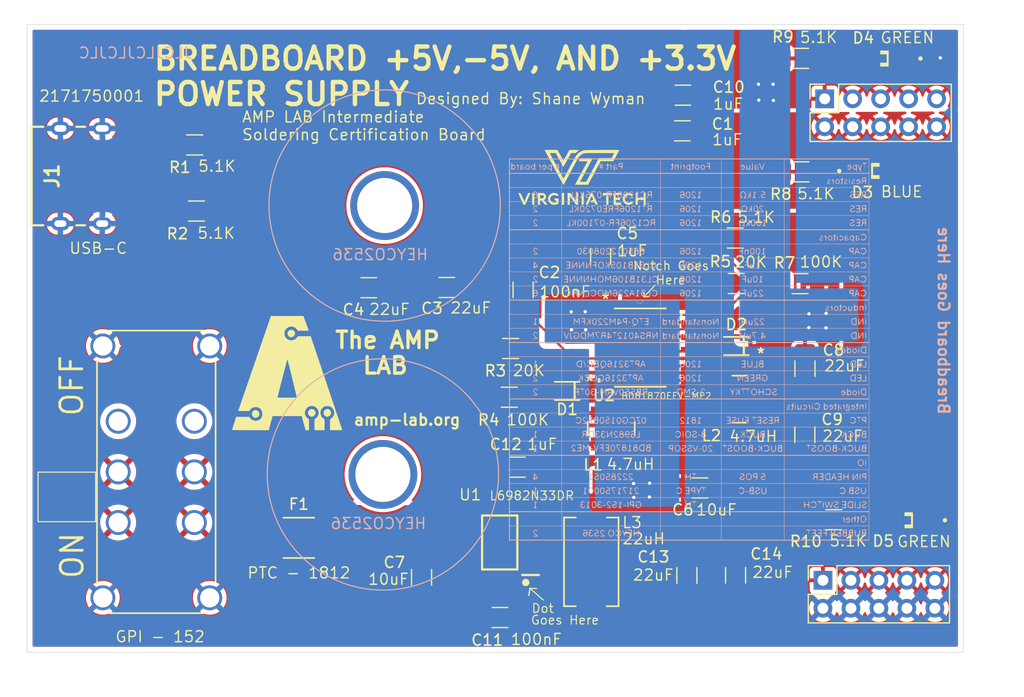
<source format=kicad_pcb>
(kicad_pcb (version 20241229) (generator "pcbnew") (generator_version "9.0")
  (layers (0 "F.Cu" signal) (2 "B.Cu" signal) (13 "F.Paste" user) (15 "B.Paste" user) (5 "F.SilkS" user "F.Silkscreen") (7 "B.SilkS" user "B.Silkscreen") (1 "F.Mask" user) (3 "B.Mask" user) (25 "Edge.Cuts" user))
  (net 0 "")
  (net 1 "GND")
  (net 2 "+3.3V")
  (net 3 "Net-(J1-CC1)")
  (net 4 "SWITCHED_VOLTAGE")
  (net 5 "Net-(J1-CC2)")
  (net 6 "USB_VOLTAGE")
  (net 7 "-5V")
  (net 8 "Net-(R6-Pad2)")
  (net 9 "Net-(U2-VREF)")
  (net 10 "+5V")
  (net 12 "Net-(D1-K)")
  (net 13 "Net-(D2-A)")
  (net 14 "Net-(U2-HS2L)")
  (net 15 "Net-(U2-NON1)")
  (net 17 "Net-(U2-INV2)")
  (net 20 "Net-(D3-K)")
  (net 21 "Net-(D4-A)")
  (net 22 "Net-(D5-A)")
  (net 23 "Net-(IC1-EN{slash}CLKIN(~{)})")
  (net 24 "Net-(IC1-VCC)")
  (net 25 "Net-(IC1-BOOT)")
  (net 26 "Net-(IC1-SW)")
  (net 27 "Net-(C3-Pad2)")
  (net 28 "Net-(C8-Pad2)")
  (footprint "Capacitor_SMD:C_1206_3216Metric_Pad1.33x1.80mm_HandSolder" (layer "F.Cu") (at 91.87 51.76 -90)
    (property "Reference" "C8" (at -1.69 -2.59 180) (layer "F.SilkS"))
    (property "Value" "22uF")
    (pad "1" smd roundrect (at -1.5625 0 270) (size 1.325 1.8) (layers "F.Cu" "F.Mask" "F.Paste") (roundrect_rratio 0.188679) (net 10 "+5V"))
    (pad "2" smd roundrect (at 1.5625 0 270) (size 1.325 1.8) (layers "F.Cu" "F.Mask" "F.Paste") (roundrect_rratio 0.188679) (net 28 "Net-(C8-Pad2)"))
  )
  (footprint "Capacitor_SMD:C_1206_3216Metric_Pad1.33x1.80mm_HandSolder" (layer "F.Cu") (at 85.57 70.52 90)
    (property "Reference" "C14" (at 1.94 2.79 180) (layer "F.SilkS"))
    (property "Value" "22uF")
    (pad "1" smd roundrect (at -1.5625 0 90) (size 1.325 1.8) (layers "F.Cu" "F.Mask" "F.Paste") (roundrect_rratio 0.188679) (net 1 "GND"))
    (pad "2" smd roundrect (at 1.5625 0 90) (size 1.325 1.8) (layers "F.Cu" "F.Mask" "F.Paste") (roundrect_rratio 0.188679) (net 2 "+3.3V"))
  )
  (footprint "Capacitor_SMD:C_1206_3216Metric_Pad1.33x1.80mm_HandSolder" (layer "F.Cu") (at 80.78 26.93)
    (property "Reference" "C10" (at 4.17 -0.73 0) (layer "F.SilkS"))
    (property "Value" "1uF")
    (pad "1" smd roundrect (at -1.5625 0) (size 1.325 1.8) (layers "F.Cu" "F.Mask" "F.Paste") (roundrect_rratio 0.188679) (net 1 "GND"))
    (pad "2" smd roundrect (at 1.5625 0) (size 1.325 1.8) (layers "F.Cu" "F.Mask" "F.Paste") (roundrect_rratio 0.188679) (net 10 "+5V"))
  )
  (footprint "Resistor_SMD:R_1206_3216Metric_Pad1.30x1.75mm_HandSolder" (layer "F.Cu") (at 91.42 44.04)
    (property "Reference" "R7" (at -1.41 -1.89 0) (layer "F.SilkS"))
    (property "Value" "100k")
    (pad "1" smd roundrect (at -1.55 0) (size 1.3 1.75) (layers "F.Cu" "F.Mask" "F.Paste") (roundrect_rratio 0.192308) (net 8 "Net-(R6-Pad2)"))
    (pad "2" smd roundrect (at 1.55 0) (size 1.3 1.75) (layers "F.Cu" "F.Mask" "F.Paste") (roundrect_rratio 0.192308) (net 10 "+5V"))
  )
  (footprint "BreadBoard Power Supply:HTSSOP-B20_ROM-L" (layer "F.Cu") (at 76.9144 49.8486)
    (property "Reference" "U2" (at -3.2844 4.3414 0) (layer "F.SilkS"))
    (property "Value" "BD81870EFV-ME2")
    (fp_text user "*" (at -3.1496 -4.3688 0) (layer "F.SilkS"))
    (pad "1" smd rect (at -2.8956 -2.9718) (size 0.9144 0.254) (layers "F.Cu" "F.Mask" "F.Paste") (net 2 "+3.3V"))
    (pad "2" smd rect (at -2.8956 -2.3114) (size 0.9144 0.254) (layers "F.Cu" "F.Mask" "F.Paste") (net 2 "+3.3V"))
    (pad "3" smd rect (at -2.8956 -1.651) (size 0.9144 0.254) (layers "F.Cu" "F.Mask" "F.Paste") (net 2 "+3.3V"))
    (pad "4" smd rect (at -2.8956 -0.9906) (size 0.9144 0.254) (layers "F.Cu" "F.Mask" "F.Paste") (net 2 "+3.3V"))
    (pad "5" smd rect (at -2.8956 -0.3302) (size 0.9144 0.254) (layers "F.Cu" "F.Mask" "F.Paste"))
    (pad "6" smd rect (at -2.8956 0.3302) (size 0.9144 0.254) (layers "F.Cu" "F.Mask" "F.Paste"))
    (pad "7" smd rect (at -2.8956 0.9906) (size 0.9144 0.254) (layers "F.Cu" "F.Mask" "F.Paste") (net 9 "Net-(U2-VREF)"))
    (pad "8" smd rect (at -2.8956 1.651) (size 0.9144 0.254) (layers "F.Cu" "F.Mask" "F.Paste") (net 15 "Net-(U2-NON1)"))
    (pad "9" smd rect (at -2.8956 2.3114) (size 0.9144 0.254) (layers "F.Cu" "F.Mask" "F.Paste") (net 1 "GND"))
    (pad "10" smd rect (at -2.8956 2.9718) (size 0.9144 0.254) (layers "F.Cu" "F.Mask" "F.Paste") (net 12 "Net-(D1-K)"))
    (pad "11" smd rect (at 2.8956 2.9718) (size 0.9144 0.254) (layers "F.Cu" "F.Mask" "F.Paste") (net 2 "+3.3V"))
    (pad "12" smd rect (at 2.8956 2.3114) (size 0.9144 0.254) (layers "F.Cu" "F.Mask" "F.Paste") (net 2 "+3.3V"))
    (pad "13" smd rect (at 2.8956 1.651) (size 0.9144 0.254) (layers "F.Cu" "F.Mask" "F.Paste") (net 2 "+3.3V"))
    (pad "14" smd rect (at 2.8956 0.9906) (size 0.9144 0.254) (layers "F.Cu" "F.Mask" "F.Paste") (net 14 "Net-(U2-HS2L)"))
    (pad "15" smd rect (at 2.8956 0.3302) (size 0.9144 0.254) (layers "F.Cu" "F.Mask" "F.Paste") (net 13 "Net-(D2-A)"))
    (pad "16" smd rect (at 2.8956 -0.3302) (size 0.9144 0.254) (layers "F.Cu" "F.Mask" "F.Paste") (net 1 "GND"))
    (pad "17" smd rect (at 2.8956 -0.9906) (size 0.9144 0.254) (layers "F.Cu" "F.Mask" "F.Paste") (net 10 "+5V"))
    (pad "18" smd rect (at 2.8956 -1.651) (size 0.9144 0.254) (layers "F.Cu" "F.Mask" "F.Paste") (net 1 "GND"))
    (pad "19" smd rect (at 2.8956 -2.3114) (size 0.9144 0.254) (layers "F.Cu" "F.Mask" "F.Paste") (net 1 "GND"))
    (pad "20" smd rect (at 2.8956 -2.9718) (size 0.9144 0.254) (layers "F.Cu" "F.Mask" "F.Paste") (net 17 "Net-(U2-INV2)"))
    (pad "EPAD" smd rect (at 0 0) (size 2.3876 3.9878) (layers "F.Cu" "F.Mask") (net 1 "GND"))
  )
  (footprint "Connector_PinSocket_2.54mm:PinSocket_2x05_P2.54mm_Vertical" (layer "F.Cu") (at 93.66 27.26 90)
    (property "Reference" "J2" (hide yes))
    (property "Value" "Conn_02x05_Top_Bottom")
    (pad "1" thru_hole rect (at 0 0 90) (size 1.7 1.7) (drill 1) (layers "*.Cu" "*.Mask") (net 10 "+5V"))
    (pad "2" thru_hole circle (at -2.54 0 90) (size 1.7 1.7) (drill 1) (layers "*.Cu" "*.Mask") (net 7 "-5V"))
    (pad "3" thru_hole circle (at 0 2.54 90) (size 1.7 1.7) (drill 1) (layers "*.Cu" "*.Mask") (net 10 "+5V"))
    (pad "4" thru_hole circle (at -2.54 2.54 90) (size 1.7 1.7) (drill 1) (layers "*.Cu" "*.Mask") (net 7 "-5V"))
    (pad "5" thru_hole circle (at 0 5.08 90) (size 1.7 1.7) (drill 1) (layers "*.Cu" "*.Mask") (net 10 "+5V"))
    (pad "6" thru_hole circle (at -2.54 5.08 90) (size 1.7 1.7) (drill 1) (layers "*.Cu" "*.Mask") (net 7 "-5V"))
    (pad "7" thru_hole circle (at 0 7.62 90) (size 1.7 1.7) (drill 1) (layers "*.Cu" "*.Mask") (net 10 "+5V"))
    (pad "8" thru_hole circle (at -2.54 7.62 90) (size 1.7 1.7) (drill 1) (layers "*.Cu" "*.Mask") (net 7 "-5V"))
    (pad "9" thru_hole circle (at 0 10.16 90) (size 1.7 1.7) (drill 1) (layers "*.Cu" "*.Mask") (net 10 "+5V"))
    (pad "10" thru_hole circle (at -2.54 10.16 90) (size 1.7 1.7) (drill 1) (layers "*.Cu" "*.Mask") (net 7 "-5V"))
  )
  (footprint "BreadBoard Power Supply:IND_NRS4012T100MDGJV_TAY" (layer "F.Cu") (at 85.89 54.53)
    (property "Reference" "L2" (at -2.51 3.31 0) (layer "F.SilkS"))
    (property "Value" "4.7uH")
    (pad "1" smd rect (at -1.4 0) (size 1.1938 3.7084) (layers "F.Cu" "F.Mask" "F.Paste") (net 14 "Net-(U2-HS2L)"))
    (pad "2" smd rect (at 1.4 0) (size 1.1938 3.7084) (layers "F.Cu" "F.Mask" "F.Paste") (net 13 "Net-(D2-A)"))
  )
  (footprint "BreadBoard Power Supply:IND_NRS4012T100MDGJV_TAY" (layer "F.Cu") (at 74.28 57.19 90)
    (property "Reference" "L1" (at -3.3 -1.64 0) (layer "F.SilkS"))
    (property "Value" "4.7uH")
    (pad "1" smd rect (at -1.4 0 90) (size 1.1938 3.7084) (layers "F.Cu" "F.Mask" "F.Paste") (net 1 "GND"))
    (pad "2" smd rect (at 1.4 0 90) (size 1.1938 3.7084) (layers "F.Cu" "F.Mask" "F.Paste") (net 12 "Net-(D1-K)"))
  )
  (footprint "Capacitor_SMD:C_1206_3216Metric_Pad1.33x1.80mm_HandSolder" (layer "F.Cu") (at 73.32 41.58 -90)
    (property "Reference" "C5" (at -2.1 -2.42 180) (layer "F.SilkS"))
    (property "Value" "1uF")
    (pad "1" smd roundrect (at -1.5625 0 270) (size 1.325 1.8) (layers "F.Cu" "F.Mask" "F.Paste") (roundrect_rratio 0.188679) (net 1 "GND"))
    (pad "2" smd roundrect (at 1.5625 0 270) (size 1.325 1.8) (layers "F.Cu" "F.Mask" "F.Paste") (roundrect_rratio 0.188679) (net 2 "+3.3V"))
  )
  (footprint "Capacitor_SMD:C_1206_3216Metric_Pad1.33x1.80mm_HandSolder" (layer "F.Cu") (at 66.28 44.6 90)
    (property "Reference" "C2" (at 1.58 2.39 180) (layer "F.SilkS"))
    (property "Value" "100nF")
    (pad "1" smd roundrect (at -1.5625 0 90) (size 1.325 1.8) (layers "F.Cu" "F.Mask" "F.Paste") (roundrect_rratio 0.188679) (net 9 "Net-(U2-VREF)"))
    (pad "2" smd roundrect (at 1.5625 0 90) (size 1.325 1.8) (layers "F.Cu" "F.Mask" "F.Paste") (roundrect_rratio 0.188679) (net 1 "GND"))
  )
  (footprint "Resistor_SMD:R_1206_3216Metric_Pad1.30x1.75mm_HandSolder" (layer "F.Cu") (at 36.63 37.45)
    (property "Reference" "R2" (at -1.73 2.06 0) (layer "F.SilkS"))
    (property "Value" "5.1k")
    (pad "1" smd roundrect (at -1.55 0) (size 1.3 1.75) (layers "F.Cu" "F.Mask" "F.Paste") (roundrect_rratio 0.192308) (net 5 "Net-(J1-CC2)"))
    (pad "2" smd roundrect (at 1.55 0) (size 1.3 1.75) (layers "F.Cu" "F.Mask" "F.Paste") (roundrect_rratio 0.192308) (net 1 "GND"))
  )
  (footprint "BreadBoard Power Supply:vt_logo" (layer "F.Cu") (at 71.78 34.4)
    (property "Reference" "G***" (hide yes))
    (property "Value" "LOGO" (hide yes))
  )
  (footprint "Resistor_SMD:R_1206_3216Metric_Pad1.30x1.75mm_HandSolder" (layer "F.Cu") (at 94.48 65.47 180)
    (property "Reference" "R10" (at 2.53 -1.97 0) (layer "F.SilkS"))
    (property "Value" "5.1k")
    (pad "1" smd roundrect (at -1.55 0 180) (size 1.3 1.75) (layers "F.Cu" "F.Mask" "F.Paste") (roundrect_rratio 0.192308) (net 22 "Net-(D5-A)"))
    (pad "2" smd roundrect (at 1.55 0 180) (size 1.3 1.75) (layers "F.Cu" "F.Mask" "F.Paste") (roundrect_rratio 0.192308) (net 2 "+3.3V"))
  )
  (footprint "BreadBoard Power Supply:2171750001" (layer "F.Cu") (at 25.12 34.27 -90)
    (property "Reference" "J1" (at 0 1.6 270) (layer "F.SilkS") (effects (font (size 1.27 1.27) (thickness 0.254))))
    (property "Value" "2171750001" (hide yes))
    (pad "A5" smd rect (at -0.5 -3.03 270) (size 0.7 1.2) (layers "F.Cu" "F.Mask" "F.Paste") (net 3 "Net-(J1-CC1)"))
    (pad "A9" smd rect (at 1.52 -3.03 270) (size 0.76 1.2) (layers "F.Cu" "F.Mask" "F.Paste") (net 6 "USB_VOLTAGE"))
    (pad "A12" smd rect (at 2.75 -3.03 270) (size 0.8 1.2) (layers "F.Cu" "F.Mask" "F.Paste") (net 1 "GND"))
    (pad "B5" smd rect (at 0.5 -3.03 270) (size 0.7 1.2) (layers "F.Cu" "F.Mask" "F.Paste") (net 5 "Net-(J1-CC2)"))
    (pad "B9" smd rect (at -1.52 -3.03 270) (size 0.76 1.2) (layers "F.Cu" "F.Mask" "F.Paste") (net 6 "USB_VOLTAGE"))
    (pad "B12" smd rect (at -2.75 -3.03 270) (size 0.8 1.2) (layers "F.Cu" "F.Mask" "F.Paste") (net 1 "GND"))
    (pad "MH1" thru_hole oval (at -4.32 0.85 270) (size 1.2 1.7) (drill oval 0.6 1.1) (layers "*.Cu" "*.Mask") (net 1 "GND"))
    (pad "MH2" thru_hole oval (at 4.32 0.85 270) (size 1.2 1.7) (drill oval 0.6 1.1) (layers "*.Cu" "*.Mask") (net 1 "GND"))
    (pad "MH3" thru_hole oval (at -4.32 -2.95 270) (size 1.1 1.7) (drill oval 0.6 1.2) (layers "*.Cu" "*.Mask") (net 1 "GND"))
    (pad "MH4" thru_hole oval (at 4.32 -2.95 270) (size 1.1 1.7) (drill oval 0.6 1.1) (layers "*.Cu" "*.Mask") (net 1 "GND"))
  )
  (footprint "Capacitor_SMD:C_1206_3216Metric_Pad1.33x1.80mm_HandSolder" (layer "F.Cu") (at 80.7375 30.17)
    (property "Reference" "C1" (at 3.6525 -0.62 180) (layer "F.SilkS"))
    (property "Value" "1uF")
    (pad "1" smd roundrect (at -1.5625 0) (size 1.325 1.8) (layers "F.Cu" "F.Mask" "F.Paste") (roundrect_rratio 0.188679) (net 1 "GND"))
    (pad "2" smd roundrect (at 1.5625 0) (size 1.325 1.8) (layers "F.Cu" "F.Mask" "F.Paste") (roundrect_rratio 0.188679) (net 7 "-5V"))
  )
  (footprint "BreadBoard Power Supply:DIO_RB160VAM_ROM-L" (layer "F.Cu") (at 70.28 53.78 180)
    (property "Reference" "D1" (at 0 -1.68 0) (layer "F.SilkS"))
    (property "Value" "RB550VAM-30TR")
    (pad "1" smd rect (at -1.27 0 180) (size 0.3556 0.7874) (layers "F.Cu" "F.Mask" "F.Paste") (net 12 "Net-(D1-K)"))
    (pad "2" smd rect (at 1.27 0 180) (size 0.3556 0.7874) (layers "F.Cu" "F.Mask" "F.Paste") (net 7 "-5V"))
    (zone (net 0) (net_name "") (layer "F.Cu") (connect_pads (clearance 0)) (min_thickness 0.254)
      (keepout (tracks not_allowed) (vias not_allowed) (pads allowed) (copperpour not_allowed) (footprints allowed))
      (fill (thermal_gap 0.508) (thermal_bridge_width 0.508))
      (polygon (pts (xy 71.3214 54.4277) (xy 69.2386 54.4277) (xy 69.2386 53.1323) (xy 71.3214 53.1323)))
    )
  )
  (footprint "Capacitor_SMD:C_1206_3216Metric_Pad1.33x1.80mm_HandSolder" (layer "F.Cu") (at 57.06 70.7 90)
    (property "Reference" "C7" (at 1.35 -2.47 180) (layer "F.SilkS"))
    (property "Value" "10uF")
    (pad "1" smd roundrect (at -1.5625 0 90) (size 1.325 1.8) (layers "F.Cu" "F.Mask" "F.Paste") (roundrect_rratio 0.188679) (net 1 "GND"))
    (pad "2" smd roundrect (at 1.5625 0 90) (size 1.325 1.8) (layers "F.Cu" "F.Mask" "F.Paste") (roundrect_rratio 0.188679) (net 23 "Net-(IC1-EN{slash}CLKIN(~{)})"))
  )
  (footprint "BreadBoard Power Supply:IND_PCC-M0748M-LE_PAN-L" (layer "F.Cu") (at 72.47 69.3 90)
    (property "Reference" "L3" (at 3.57 3.7 0) (layer "F.SilkS") (effects (font (thickness 0.125))))
    (property "Value" "22uH")
    (pad "1" smd rect (at -2.8321 0 180) (size 2.159 2.286) (layers "F.Cu" "F.Mask" "F.Paste") (net 26 "Net-(IC1-SW)"))
    (pad "2" smd rect (at 2.8321 0 180) (size 2.159 2.286) (layers "F.Cu" "F.Mask" "F.Paste") (net 2 "+3.3V"))
  )
  (footprint "Resistor_SMD:R_1206_3216Metric_Pad1.30x1.75mm_HandSolder" (layer "F.Cu") (at 65.15 49.93)
    (property "Reference" "R3" (at -1.38 2.03 0) (layer "F.SilkS"))
    (property "Value" "20k")
    (pad "1" smd roundrect (at -1.55 0) (size 1.3 1.75) (layers "F.Cu" "F.Mask" "F.Paste") (roundrect_rratio 0.192308) (net 9 "Net-(U2-VREF)"))
    (pad "2" smd roundrect (at 1.55 0) (size 1.3 1.75) (layers "F.Cu" "F.Mask" "F.Paste") (roundrect_rratio 0.192308) (net 15 "Net-(U2-NON1)"))
  )
  (footprint "BreadBoard Power Supply:SW_GPI-152-3013_CWI" (layer "F.Cu") (at 29.5242 56.5326)
    (property "Reference" "U1" (hide yes))
    (property "Value" "GPI-152-3013")
    (fp_text user "OFF" (at -3.05 -0.31 90) (layer "F.SilkS") (effects (font (size 2 2) (thickness 0.25)) (justify left bottom)))
    (fp_text user "ON" (at -3.01 14.45 90) (layer "F.SilkS") (effects (font (size 2 2) (thickness 0.25)) (justify left bottom)))
    (fp_text user "GPI - 152" (at -0.3312 20.1448 0) (layer "F.SilkS") (effects (font (thickness 0.125)) (justify left bottom)))
    (pad "1" thru_hole circle (at 0 0) (size 2.2606 2.2606) (drill 1.7526) (layers "*.Cu" "*.Mask"))
    (pad "2" thru_hole circle (at 0 4.5974) (size 2.2606 2.2606) (drill 1.7526) (layers "*.Cu" "*.Mask") (net 6 "USB_VOLTAGE"))
    (pad "3" thru_hole circle (at 0 9.1948) (size 2.2606 2.2606) (drill 1.7526) (layers "*.Cu" "*.Mask") (net 4 "SWITCHED_VOLTAGE"))
    (pad "4" thru_hole circle (at 6.9088 9.1948) (size 2.2606 2.2606) (drill 1.7526) (layers "*.Cu" "*.Mask") (net 4 "SWITCHED_VOLTAGE"))
    (pad "5" thru_hole circle (at 6.9088 4.5974) (size 2.2606 2.2606) (drill 1.7526) (layers "*.Cu" "*.Mask") (net 6 "USB_VOLTAGE"))
    (pad "6" thru_hole circle (at 6.9088 0) (size 2.2606 2.2606) (drill 1.7526) (layers "*.Cu" "*.Mask"))
    (pad "7" thru_hole circle (at -1.397 -6.8326) (size 2.2606 2.2606) (drill 1.7526) (layers "*.Cu" "*.Mask") (net 1 "GND"))
    (pad "8" thru_hole circle (at 8.3058 -6.8326) (size 2.2606 2.2606) (drill 1.7526) (layers "*.Cu" "*.Mask") (net 1 "GND"))
    (pad "9" thru_hole circle (at -1.397 16.0274) (size 2.2606 2.2606) (drill 1.7526) (layers "*.Cu" "*.Mask") (net 1 "GND"))
    (pad "10" thru_hole circle (at 8.3058 16.0274) (size 2.2606 2.2606) (drill 1.7526) (layers "*.Cu" "*.Mask") (net 1 "GND"))
  )
  (footprint "Capacitor_SMD:C_1206_3216Metric_Pad1.33x1.80mm_HandSolder" (layer "F.Cu") (at 52.27 44.41 180)
    (property "Reference" "C4" (at 1.39 -1.99 0) (layer "F.SilkS"))
    (property "Value" "22uF")
    (pad "1" smd roundrect (at -1.5625 0 180) (size 1.325 1.8) (layers "F.Cu" "F.Mask" "F.Paste") (roundrect_rratio 0.188679) (net 27 "Net-(C3-Pad2)"))
    (pad "2" smd roundrect (at 1.5625 0 180) (size 1.325 1.8) (layers "F.Cu" "F.Mask" "F.Paste") (roundrect_rratio 0.188679) (net 1 "GND"))
  )
  (footprint "BreadBoard Power Supply:LED_APT3216QBC_D" (layer "F.Cu") (at 100.82 65.52 180)
    (property "Reference" "D5" (at 1.84 -1.89 0) (layer "F.SilkS"))
    (property "Value" "APT3216CGCK")
    (pad "1" smd rect (at -1.875 0 180) (size 1.75 1.5) (layers "F.Cu" "F.Mask" "F.Paste") (net 1 "GND"))
    (pad "2" smd rect (at 1.875 0 180) (size 1.75 1.5) (layers "F.Cu" "F.Mask" "F.Paste") (net 22 "Net-(D5-A)"))
  )
  (footprint "Resistor_SMD:R_1206_3216Metric_Pad1.30x1.75mm_HandSolder" (layer "F.Cu") (at 85.54 39.9)
    (property "Reference" "R6" (at -1.31 -1.9 0) (layer "F.SilkS"))
    (property "Value" "5.1k")
    (pad "1" smd roundrect (at -1.55 0) (size 1.3 1.75) (layers "F.Cu" "F.Mask" "F.Paste") (roundrect_rratio 0.192308) (net 17 "Net-(U2-INV2)"))
    (pad "2" smd roundrect (at 1.55 0) (size 1.3 1.75) (layers "F.Cu" "F.Mask" "F.Paste") (roundrect_rratio 0.192308) (net 8 "Net-(R6-Pad2)"))
  )
  (footprint "Connector_PinSocket_2.54mm:PinSocket_2x05_P2.54mm_Vertical" (layer "F.Cu") (at 93.5 70.97 90)
    (property "Reference" "J3" (hide yes))
    (property "Value" "Conn_02x05_Top_Bottom")
    (pad "1" thru_hole rect (at 0 0 90) (size 1.7 1.7) (drill 1) (layers "*.Cu" "*.Mask") (net 2 "+3.3V"))
    (pad "2" thru_hole circle (at -2.54 0 90) (size 1.7 1.7) (drill 1) (layers "*.Cu" "*.Mask") (net 1 "GND"))
    (pad "3" thru_hole circle (at 0 2.54 90) (size 1.7 1.7) (drill 1) (layers "*.Cu" "*.Mask") (net 2 "+3.3V"))
    (pad "4" thru_hole circle (at -2.54 2.54 90) (size 1.7 1.7) (drill 1) (layers "*.Cu" "*.Mask") (net 1 "GND"))
    (pad "5" thru_hole circle (at 0 5.08 90) (size 1.7 1.7) (drill 1) (layers "*.Cu" "*.Mask") (net 2 "+3.3V"))
    (pad "6" thru_hole circle (at -2.54 5.08 90) (size 1.7 1.7) (drill 1) (layers "*.Cu" "*.Mask") (net 1 "GND"))
    (pad "7" thru_hole circle (at 0 7.62 90) (size 1.7 1.7) (drill 1) (layers "*.Cu" "*.Mask") (net 2 "+3.3V"))
    (pad "8" thru_hole circle (at -2.54 7.62 90) (size 1.7 1.7) (drill 1) (layers "*.Cu" "*.Mask") (net 1 "GND"))
    (pad "9" thru_hole circle (at 0 10.16 90) (size 1.7 1.7) (drill 1) (layers "*.Cu" "*.Mask") (net 2 "+3.3V"))
    (pad "10" thru_hole circle (at -2.54 10.16 90) (size 1.7 1.7) (drill 1) (layers "*.Cu" "*.Mask") (net 1 "GND"))
  )
  (footprint "Resistor_SMD:R_1206_3216Metric_Pad1.30x1.75mm_HandSolder" (layer "F.Cu") (at 91.5 33.89 180)
    (property "Reference" "R8" (at 1.82 -2.02 0) (layer "F.SilkS"))
    (property "Value" "5.1k")
    (pad "1" smd roundrect (at -1.55 0 180) (size 1.3 1.75) (layers "F.Cu" "F.Mask" "F.Paste") (roundrect_rratio 0.192308) (net 20 "Net-(D3-K)"))
    (pad "2" smd roundrect (at 1.55 0 180) (size 1.3 1.75) (layers "F.Cu" "F.Mask" "F.Paste") (roundrect_rratio 0.192308) (net 7 "-5V"))
  )
  (footprint "Capacitor_SMD:C_1206_3216Metric_Pad1.33x1.80mm_HandSolder" (layer "F.Cu") (at 65.76 60.7)
    (property "Reference" "C12" (at -1.05 -2.07 0) (layer "F.SilkS"))
    (property "Value" "1uF")
    (pad "1" smd roundrect (at -1.5625 0) (size 1.325 1.8) (layers "F.Cu" "F.Mask" "F.Paste") (roundrect_rratio 0.188679) (net 24 "Net-(IC1-VCC)"))
    (pad "2" smd roundrect (at 1.5625 0) (size 1.325 1.8) (layers "F.Cu" "F.Mask" "F.Paste") (roundrect_rratio 0.188679) (net 1 "GND"))
  )
  (footprint "BreadBoard Power Supply:DIO_RB160VAM_ROM-L" (layer "F.Cu") (at 85.64 49.7 180)
    (property "Reference" "D2" (at 0 1.95 0) (layer "F.SilkS"))
    (property "Value" "RB550VAM-30TR")
    (fp_text user "*" (at -2.22 -0.71 0) (layer "F.SilkS"))
    (pad "1" smd rect (at -1.27 0 180) (size 0.3556 0.7874) (layers "F.Cu" "F.Mask" "F.Paste") (net 10 "+5V"))
    (pad "2" smd rect (at 1.27 0 180) (size 0.3556 0.7874) (layers "F.Cu" "F.Mask" "F.Paste") (net 13 "Net-(D2-A)"))
    (zone (net 0) (net_name "") (layer "F.Cu") (connect_pads (clearance 0)) (min_thickness 0.254)
      (keepout (tracks not_allowed) (vias not_allowed) (pads allowed) (copperpour not_allowed) (footprints allowed))
      (fill (thermal_gap 0.508) (thermal_bridge_width 0.508))
      (polygon (pts (xy 86.6814 50.3477) (xy 84.5986 50.3477) (xy 84.5986 49.0523) (xy 86.6814 49.0523)))
    )
  )
  (footprint "BreadBoard Power Supply:LED_APT3216QBC_D" (layer "F.Cu") (at 98.61 23.6 180)
    (property "Reference" "D4" (at 1.44 1.86 0) (layer "F.SilkS"))
    (property "Value" "APT3216CGCK")
    (pad "1" smd rect (at -1.875 0 180) (size 1.75 1.5) (layers "F.Cu" "F.Mask" "F.Paste") (net 1 "GND"))
    (pad "2" smd rect (at 1.875 0 180) (size 1.75 1.5) (layers "F.Cu" "F.Mask" "F.Paste") (net 21 "Net-(D4-A)"))
  )
  (footprint "BreadBoard Power Supply:SOIC127P600X175-8N" (layer "F.Cu") (at 64.156 67.54 180)
    (property "Reference" "U1" (at 2.676 4.33 0) (layer "F.SilkS") (effects (font (thickness 0.125))))
    (property "Value" "L6982N33DR" (hide yes))
    (pad "1" smd rect (at -2.712 -1.905 270) (size 0.7 1.525) (layers "F.Cu" "F.Mask" "F.Paste") (net 26 "Net-(IC1-SW)"))
    (pad "2" smd rect (at -2.712 -0.635 270) (size 0.7 1.525) (layers "F.Cu" "F.Mask" "F.Paste") (net 25 "Net-(IC1-BOOT)"))
    (pad "3" smd rect (at -2.712 0.635 270) (size 0.7 1.525) (layers "F.Cu" "F.Mask" "F.Paste") (net 24 "Net-(IC1-VCC)"))
    (pad "4" smd rect (at -2.712 1.905 270) (size 0.7 1.525) (layers "F.Cu" "F.Mask" "F.Paste") (net 2 "+3.3V"))
    (pad "5" smd rect (at 2.712 1.905 270) (size 0.7 1.525) (layers "F.Cu" "F.Mask" "F.Paste") (net 23 "Net-(IC1-EN{slash}CLKIN(~{)})"))
    (pad "6" smd rect (at 2.712 0.635 270) (size 0.7 1.525) (layers "F.Cu" "F.Mask" "F.Paste") (net 1 "GND"))
    (pad "7" smd rect (at 2.712 -0.635 270) (size 0.7 1.525) (layers "F.Cu" "F.Mask" "F.Paste") (net 23 "Net-(IC1-EN{slash}CLKIN(~{)})"))
    (pad "8" smd rect (at 2.712 -1.905 270) (size 0.7 1.525) (layers "F.Cu" "F.Mask" "F.Paste") (net 1 "GND"))
  )
  (footprint "Capacitor_SMD:C_1206_3216Metric_Pad1.33x1.80mm_HandSolder" (layer "F.Cu") (at 91.86 57.75 -90)
    (property "Reference" "C9" (at -1.39 -2.48 180) (layer "F.SilkS"))
    (property "Value" "22uF")
    (pad "1" smd roundrect (at -1.5625 0 270) (size 1.325 1.8) (layers "F.Cu" "F.Mask" "F.Paste") (roundrect_rratio 0.188679) (net 28 "Net-(C8-Pad2)"))
    (pad "2" smd roundrect (at 1.5625 0 270) (size 1.325 1.8) (layers "F.Cu" "F.Mask" "F.Paste") (roundrect_rratio 0.188679) (net 1 "GND"))
  )
  (footprint "BreadBoard Power Supply:LED_APT3216QBC_D" (layer "F.Cu") (at 98.73 33.81)
    (property "Reference" "D3" (at -1.64 1.94 0) (layer "F.SilkS"))
    (property "Value" "APT3216QBC/D")
    (pad "1" smd rect (at -1.875 0) (size 1.75 1.5) (layers "F.Cu" "F.Mask" "F.Paste") (net 20 "Net-(D3-K)"))
    (pad "2" smd rect (at 1.875 0) (size 1.75 1.5) (layers "F.Cu" "F.Mask" "F.Paste") (net 1 "GND"))
  )
  (footprint "Resistor_SMD:R_1206_3216Metric_Pad1.30x1.75mm_HandSolder" (layer "F.Cu") (at 91.47 23.59 180)
    (property "Reference" "R9" (at 1.6 1.95 0) (layer "F.SilkS"))
    (property "Value" "5.1k")
    (pad "1" smd roundrect (at -1.55 0 180) (size 1.3 1.75) (layers "F.Cu" "F.Mask" "F.Paste") (roundrect_rratio 0.192308) (net 21 "Net-(D4-A)"))
    (pad "2" smd roundrect (at 1.55 0 180) (size 1.3 1.75) (layers "F.Cu" "F.Mask" "F.Paste") (roundrect_rratio 0.192308) (net 10 "+5V"))
  )
  (footprint "Resistor_SMD:R_1206_3216Metric_Pad1.30x1.75mm_HandSolder" (layer "F.Cu") (at 65.02 54.35 180)
    (property "Reference" "R4" (at 1.86 -2.07 0) (layer "F.SilkS"))
    (property "Value" "100k")
    (pad "1" smd roundrect (at -1.55 0 180) (size 1.3 1.75) (layers "F.Cu" "F.Mask" "F.Paste") (roundrect_rratio 0.192308) (net 15 "Net-(U2-NON1)"))
    (pad "2" smd roundrect (at 1.55 0 180) (size 1.3 1.75) (layers "F.Cu" "F.Mask" "F.Paste") (roundrect_rratio 0.192308) (net 7 "-5V"))
  )
  (footprint "Capacitor_SMD:C_1206_3216Metric_Pad1.33x1.80mm_HandSolder" (layer "F.Cu") (at 64.18 74.35 180)
    (property "Reference" "C11" (at 1.15 -2.05 0) (layer "F.SilkS"))
    (property "Value" "100nF")
    (pad "1" smd roundrect (at -1.5625 0 180) (size 1.325 1.8) (layers "F.Cu" "F.Mask" "F.Paste") (roundrect_rratio 0.188679) (net 26 "Net-(IC1-SW)"))
    (pad "2" smd roundrect (at 1.5625 0 180) (size 1.325 1.8) (layers "F.Cu" "F.Mask" "F.Paste") (roundrect_rratio 0.188679) (net 25 "Net-(IC1-BOOT)"))
  )
  (footprint "Capacitor_SMD:C_1206_3216Metric_Pad1.33x1.80mm_HandSolder" (layer "F.Cu") (at 81.15 70.53 90)
    (property "Reference" "C13" (at 1.68 -3.04 180) (layer "F.SilkS"))
    (property "Value" "22uF")
    (pad "1" smd roundrect (at -1.5625 0 90) (size 1.325 1.8) (layers "F.Cu" "F.Mask" "F.Paste") (roundrect_rratio 0.188679) (net 1 "GND"))
    (pad "2" smd roundrect (at 1.5625 0 90) (size 1.325 1.8) (layers "F.Cu" "F.Mask" "F.Paste") (roundrect_rratio 0.188679) (net 2 "+3.3V"))
  )
  (footprint "Capacitor_SMD:C_1206_3216Metric_Pad1.33x1.80mm_HandSolder" (layer "F.Cu") (at 82.34 62.59 180)
    (property "Reference" "C6" (at 1.55 -1.98 0) (layer "F.SilkS"))
    (property "Value" "10uF")
    (pad "1" smd roundrect (at -1.5625 0 180) (size 1.325 1.8) (layers "F.Cu" "F.Mask" "F.Paste") (roundrect_rratio 0.188679) (net 1 "GND"))
    (pad "2" smd roundrect (at 1.5625 0 180) (size 1.325 1.8) (layers "F.Cu" "F.Mask" "F.Paste") (roundrect_rratio 0.188679) (net 2 "+3.3V"))
  )
  (footprint "BreadBoard Power Supply:logo" (layer "F.Cu") (at 44.86 52.16)
    (property "Reference" "G***" (hide yes))
    (property "Value" "LOGO" (hide yes))
  )
  (footprint "BreadBoard Power Supply:0ZCG_BEL" (layer "F.Cu") (at 45.92 67.12)
    (property "Reference" "F1" (at 0 -3.06 0) (layer "F.SilkS"))
    (property "Value" "0ZCG0150BF2C")
    (pad "1" smd rect (at -2.6162 0) (size 1.778 3.5052) (layers "F.Cu" "F.Mask" "F.Paste") (net 4 "SWITCHED_VOLTAGE"))
    (pad "2" smd rect (at 2.6162 0) (size 1.778 3.5052) (layers "F.Cu" "F.Mask" "F.Paste") (net 23 "Net-(IC1-EN{slash}CLKIN(~{)})"))
    (zone (net 0) (net_name "") (layer "F.Cu") (connect_pads (clearance 0)) (min_thickness 0.254)
      (keepout (tracks not_allowed) (vias not_allowed) (pads allowed) (copperpour not_allowed) (footprints allowed))
      (fill (thermal_gap 0.508) (thermal_bridge_width 0.508))
      (polygon (pts (xy 44.2436 65.4182) (xy 47.5964 65.4182) (xy 47.5964 68.8218) (xy 44.2436 68.8218)))
    )
  )
  (footprint "Resistor_SMD:R_1206_3216Metric_Pad1.30x1.75mm_HandSolder" (layer "F.Cu") (at 36.47 31.45 180)
    (property "Reference" "R1" (at 1.35 -2.03 0) (layer "F.SilkS"))
    (property "Value" "5.1k")
    (pad "1" smd roundrect (at -1.55 0 180) (size 1.3 1.75) (layers "F.Cu" "F.Mask" "F.Paste") (roundrect_rratio 0.192308) (net 1 "GND"))
    (pad "2" smd roundrect (at 1.55 0 180) (size 1.3 1.75) (layers "F.Cu" "F.Mask" "F.Paste") (roundrect_rratio 0.192308) (net 3 "Net-(J1-CC1)"))
  )
  (footprint "Capacitor_SMD:C_1206_3216Metric_Pad1.33x1.80mm_HandSolder" (layer "F.Cu") (at 59.35 44.39 180)
    (property "Reference" "C3" (at 1.34 -1.89 0) (layer "F.SilkS"))
    (property "Value" "22uF")
    (pad "1" smd roundrect (at -1.5625 0 180) (size 1.325 1.8) (layers "F.Cu" "F.Mask" "F.Paste") (roundrect_rratio 0.188679) (net 7 "-5V"))
    (pad "2" smd roundrect (at 1.5625 0 180) (size 1.325 1.8) (layers "F.Cu" "F.Mask" "F.Paste") (roundrect_rratio 0.188679) (net 27 "Net-(C3-Pad2)"))
  )
  (footprint "Resistor_SMD:R_1206_3216Metric_Pad1.30x1.75mm_HandSolder" (layer "F.Cu") (at 85.63 44.03)
    (property "Reference" "R5" (at -1.44 -1.99 0) (layer "F.SilkS"))
    (property "Value" "20k")
    (pad "1" smd roundrect (at -1.55 0) (size 1.3 1.75) (layers "F.Cu" "F.Mask" "F.Paste") (roundrect_rratio 0.192308) (net 1 "GND"))
    (pad "2" smd roundrect (at 1.55 0) (size 1.3 1.75) (layers "F.Cu" "F.Mask" "F.Paste") (roundrect_rratio 0.192308) (net 17 "Net-(U2-INV2)"))
  )
  (footprint "BreadBoard Power Supply:BOM" (layer "B.Cu") (at 81.230937 50.020001 180)
    (property "Reference" "G***" (hide yes))
    (property "Value" "LOGO" (hide yes))
  )
  (footprint "BreadBoard Power Supply:RubberFoot" (layer "B.Cu") (at 53.71 36.95 180)
    (property "Reference" "H2" (hide yes))
    (property "Value" "MountingHole")
    (fp_text user "HEYCO2536" (at -4.01 -5.04 0) (layer "B.SilkS") (effects (font (thickness 0.125)) (justify left bottom mirror)))
    (pad "1" thru_hole circle (at 0 0 180) (size 6.25 6.25) (drill 5) (layers "*.Cu" "*.Mask"))
  )
  (footprint "BreadBoard Power Supply:RubberFoot" (layer "B.Cu") (at 53.55 61.36 180)
    (property "Reference" "H1" (hide yes))
    (property "Value" "MountingHole")
    (fp_text user "HEYCO2536" (at -4.01 -5.04 0) (layer "B.SilkS") (effects (font (thickness 0.125)) (justify left bottom mirror)))
    (pad "1" thru_hole circle (at 0 0 180) (size 6.25 6.25) (drill 5) (layers "*.Cu" "*.Mask"))
  )
  (gr_circle (center 66.52 71.17) (end 66.73 71.36) (stroke (width 0.1)) (fill yes) (layer "F.SilkS"))
  (gr_line (start 77.25 45.24) (end 77.68 45.23) (stroke (width 0.1)) (layer "F.SilkS"))
  (gr_line (start 77.25 45.24) (end 78.26 44.18) (stroke (width 0.1)) (layer "F.SilkS"))
  (gr_line (start 66.9 71.7) (end 66.8 72.35) (stroke (width 0.1)) (layer "F.SilkS"))
  (gr_line (start 77.25 44.82) (end 77.25 45.24) (stroke (width 0.1)) (layer "F.SilkS"))
  (gr_line (start 66.9 71.7) (end 68.12 72.77) (stroke (width 0.1)) (layer "F.SilkS"))
  (gr_line (start 66.9 71.7) (end 67.51 71.72) (stroke (width 0.1)) (layer "F.SilkS"))
  (gr_line (start 66.8 72.35) (end 66.9 71.7) (stroke (width 0.1)) (layer "F.SilkS"))
  (gr_rect (start 21.25 20.5) (end 106.25 77.5) (stroke (width 0.05)) (fill no) (layer "Edge.Cuts"))
  (gr_text "USB-C" (at 27.71 40.83 0) (layer "F.SilkS") (effects (font (size 1 1) (thickness 0.125))))
  (gr_text "LAB" (at 51.57 52.36 0) (layer "F.SilkS") (effects (font (size 1.5 1.5) (thickness 0.3) (bold yes)) (justify left bottom)))
  (gr_text "GREEN" (at 100.16 68.04 0) (layer "F.SilkS") (effects (font (size 1 1) (thickness 0.125)) (justify left bottom)))
  (gr_text "L6982N33DR" (at 63.18 63.76 0) (layer "F.SilkS") (effects (font (size 0.8 0.8) (thickness 0.1)) (justify left bottom)))
  (gr_text "22uF" (at 76.18 71.08 0) (layer "F.SilkS") (effects (font (size 1 1) (thickness 0.125)) (justify left bottom)))
  (gr_text "Goes Here" (at 66.93 75.05 0) (layer "F.SilkS") (effects (font (size 0.8 0.8) (thickness 0.1)) (justify left bottom)))
  (gr_text "20K" (at 85.43 42.66 0) (layer "F.SilkS") (effects (font (size 1 1) (thickness 0.125)) (justify left bottom)))
  (gr_text "Dot" (at 67 73.99 0) (layer "F.SilkS") (effects (font (size 0.8 0.8) (thickness 0.1)) (justify left bottom)))
  (gr_text "1uF" (at 74.74 41.64 0) (layer "F.SilkS") (effects (font (size 1 1) (thickness 0.125)) (justify left bottom)))
  (gr_text "4.7uH" (at 73.79 61.03 0) (layer "F.SilkS") (effects (font (size 1 1) (thickness 0.125)) (justify left bottom)))
  (gr_text "5.1K" (at 91.33 22.27 0) (layer "F.SilkS") (effects (font (size 1 1) (thickness 0.125)) (justify left bottom)))
  (gr_text "22uF" (at 93.36 58.47 0) (layer "F.SilkS") (effects (font (size 1 1) (thickness 0.125)) (justify left bottom)))
  (gr_text "22uF" (at 87.02 70.83 0) (layer "F.SilkS") (effects (font (size 1 1) (thickness 0.125)) (justify left bottom)))
  (gr_text "10uF" (at 81.92 65.16 0) (layer "F.SilkS") (effects (font (size 1 1) (thickness 0.125)) (justify left bottom)))
  (gr_text "BREADBOARD +5V,-5V, AND +3.3V\nPOWER SUPPLY" (at 32.56 28 0) (layer "F.SilkS") (effects (font (size 2 2) (thickness 0.4) (bold yes)) (justify left bottom)))
  (gr_text "1uF" (at 83.37 31.56 0) (layer "F.SilkS") (effects (font (size 1 1) (thickness 0.125)) (justify left bottom)))
  (gr_text "22uF" (at 52.23 46.96 0) (layer "F.SilkS") (effects (font (size 1 1) (thickness 0.125)) (justify left bottom)))
  (gr_text "BLUE" (at 98.68 36.28 0) (layer "F.SilkS") (effects (font (size 1 1) (thickness 0.125)) (justify left bottom)))
  (gr_text "2171750001" (at 27.11 27.01 0) (layer "F.SilkS") (effects (font (size 1 1) (thickness 0.125))))
  (gr_text "Here" (at 78.26 44.18 0) (layer "F.SilkS") (effects (font (size 0.8 0.8) (thickness 0.1)) (justify left bottom)))
  (gr_text "5.1K" (at 94.01 67.98 0) (layer "F.SilkS") (effects (font (size 1 1) (thickness 0.125)) (justify left bottom)))
  (gr_text "amp-lab.org" (at 50.81 56.99 0) (layer "F.SilkS") (effects (font (size 1 1) (thickness 0.2) (bold yes)) (justify left bottom)))
  (gr_text "22uF" (at 59.62 46.83 0) (layer "F.SilkS") (effects (font (size 1 1) (thickness 0.125)) (justify left bottom)))
  (gr_text "Notch Goes" (at 76.2 42.89 0) (layer "F.SilkS") (effects (font (size 0.8 0.8) (thickness 0.1)) (justify left bottom)))
  (gr_text "20K" (at 65.27 52.52 0) (layer "F.SilkS") (effects (font (size 1 1) (thickness 0.125)) (justify left bottom)))
  (gr_text "100nF" (at 67.68 45.37 0) (layer "F.SilkS") (effects (font (size 1 1) (thickness 0.125)) (justify left bottom)))
  (gr_text "100K" (at 64.69 56.99 0) (layer "F.SilkS") (effects (font (size 1 1) (thickness 0.125)) (justify left bottom)))
  (gr_text "AMP LAB Intermediate \nSoldering Certification Board" (at 40.7 31.1 0) (layer "F.SilkS") (effects (font (size 1 1) (thickness 0.125)) (justify left bottom)))
  (gr_text "GREEN" (at 98.65 22.29 0) (layer "F.SilkS") (effects (font (size 1 1) (thickness 0.125)) (justify left bottom)))
  (gr_text "BD81870EFV-ME2" (at 75.15 54.59 0) (layer "F.SilkS") (effects (font (size 0.6 0.6) (thickness 0.075)) (justify left bottom)))
  (gr_text "22uH" (at 75.22 67.79 0) (layer "F.SilkS") (effects (font (size 1 1) (thickness 0.125)) (justify left bottom)))
  (gr_text "Designed By: Shane Wyman" (at 56.48 27.83 0) (layer "F.SilkS") (effects (font (size 1 1) (thickness 0.125)) (justify left bottom)))
  (gr_text "4.7uH" (at 84.93 58.49 0) (layer "F.SilkS") (effects (font (size 1 1) (thickness 0.125)) (justify left bottom)))
  (gr_text "5.1K" (at 91.09 36.46 0) (layer "F.SilkS") (effects (font (size 1 1) (thickness 0.125)) (justify left bottom)))
  (gr_text "1uF" (at 83.45 28.32 0) (layer "F.SilkS") (effects (font (size 1 1) (thickness 0.125)) (justify left bottom)))
  (gr_text "The AMP" (at 49.06 50.05 0) (layer "F.SilkS") (effects (font (size 1.5 1.5) (thickness 0.3) (bold yes)) (justify left bottom)))
  (gr_text "5.1K" (at 85.67 38.6 0) (layer "F.SilkS") (effects (font (size 1 1) (thickness 0.125)) (justify left bottom)))
  (gr_text "22uF" (at 93.53 52.09 0) (layer "F.SilkS") (effects (font (size 1 1) (thickness 0.125)) (justify left bottom)))
  (gr_text "100nF" (at 65.09 76.92 0) (layer "F.SilkS") (effects (font (size 1 1) (thickness 0.125)) (justify left bottom)))
  (gr_text "100K" (at 91.32 42.65 0) (layer "F.SilkS") (effects (font (size 1 1) (thickness 0.125)) (justify left bottom)))
  (gr_text "*" (at 72.32 52.94 0) (layer "F.SilkS") (effects (font (size 1 1))))
  (gr_text "1uF" (at 66.58 59.21 0) (layer "F.SilkS") (effects (font (size 1 1) (thickness 0.125)) (justify left bottom)))
  (gr_text "10uF" (at 52.14 71.46 0) (layer "F.SilkS") (effects (font (size 1 1) (thickness 0.125)) (justify left bottom)))
  (gr_text "PTC - 1812" (at 45.92 70.3 0) (layer "F.SilkS") (effects (font (size 1 1) (thickness 0.125))))
  (gr_text "5.1K" (at 36.64 40.04 0) (layer "F.SilkS") (effects (font (size 1 1) (thickness 0.125)) (justify left bottom)))
  (gr_text "5.1K\n" (at 36.71 33.96 0) (layer "F.SilkS") (effects (font (size 1 1) (thickness 0.125)) (justify left bottom)))
  (gr_text "Breadboard Goes Here" (at 103.87 56.02 -90) (layer "B.SilkS") (effects (font (size 1 1) (thickness 0.2) (bold yes)) (justify left bottom mirror)))
  (gr_text "JLCJLCJLCJLC" (at 36.31 23.68 0) (layer "B.SilkS") (effects (font (size 1 1) (thickness 0.125)) (justify left bottom mirror)))
  (segment (start 61.444 66.905) (end 63.335 66.905) (width 0.4) (layer "F.Cu") (net 1))
  (segment (start 63.335 66.905) (end 63.55 67.12) (width 0.4) (layer "F.Cu") (net 1))
  (via (at 104.16 23.54) (size 0.6) (drill 0.3) (layers "F.Cu" "B.Cu") (net 1))
  (via (at 77.75 63.41) (size 0.6) (drill 0.3) (layers "F.Cu" "B.Cu") (net 2))
  (via (at 76.31 62.19) (size 0.6) (drill 0.3) (layers "F.Cu" "B.Cu") (net 2))
  (via (at 76.33 63.45) (size 0.6) (drill 0.3) (layers "F.Cu" "B.Cu") (net 2))
  (via (at 70.67 48.23) (size 0.6) (drill 0.3) (layers "F.Cu" "B.Cu") (net 2))
  (via (at 70.65 46.6) (size 0.6) (drill 0.3) (layers "F.Cu" "B.Cu") (net 2))
  (via (at 71.96 48.23) (size 0.6) (drill 0.3) (layers "F.Cu" "B.Cu") (net 2))
  (via (at 77.76 62.16) (size 0.6) (drill 0.3) (layers "F.Cu" "B.Cu") (net 2))
  (via (at 71.92 46.59) (size 0.6) (drill 0.3) (layers "F.Cu" "B.Cu") (net 2))
  (segment (start 32.6 33.77) (end 28.1544 33.77) (width 0.2) (layer "F.Cu") (net 3))
  (segment (start 34.92 31.45) (end 32.6 33.77) (width 0.2) (layer "F.Cu") (net 3))
  (segment (start 35.08 37.45) (end 32.4 34.77) (width 0.2) (layer "F.Cu") (net 5))
  (segment (start 32.4 34.77) (end 28.1544 34.77) (width 0.2) (layer "F.Cu") (net 5))
  (segment (start 87.21 39.78) (end 87.09 39.9) (width 0.2) (layer "F.Cu") (net 8))
  (segment (start 89.87 42.68) (end 87.09 39.9) (width 0.2) (layer "F.Cu") (net 8))
  (segment (start 89.87 44.04) (end 89.87 42.68) (width 0.2) (layer "F.Cu") (net 8))
  (segment (start 74.0188 50.8392) (end 70.8067 50.8392) (width 0.2) (layer "F.Cu") (net 9))
  (segment (start 63.75 49.89) (end 63.75 48.6825) (width 0.2) (layer "F.Cu") (net 9))
  (segment (start 63.75 48.6825) (end 66.2 46.2325) (width 0.2) (layer "F.Cu") (net 9))
  (segment (start 70.8067 50.8392) (end 66.2 46.2325) (width 0.2) (layer "F.Cu") (net 9))
  (via (at 87.65 25.94) (size 0.6) (drill 0.3) (layers "F.Cu" "B.Cu") (net 10))
  (via (at 92.23 46.78) (size 0.6) (drill 0.3) (layers "F.Cu" "B.Cu") (net 10))
  (via (at 93.79 46.74) (size 0.6) (drill 0.3) (layers "F.Cu" "B.Cu") (net 10))
  (via (at 93.78 48.06) (size 0.6) (drill 0.3) (layers "F.Cu" "B.Cu") (net 10))
  (via (at 87.68 27.38) (size 0.6) (drill 0.3) (layers "F.Cu" "B.Cu") (net 10))
  (via (at 88.98 25.94) (size 0.6) (drill 0.3) (layers "F.Cu" "B.Cu") (net 10))
  (via (at 89 27.41) (size 0.6) (drill 0.3) (layers "F.Cu" "B.Cu") (net 10))
  (via (at 92.22 48.03) (size 0.6) (drill 0.3) (layers "F.Cu" "B.Cu") (net 10))
  (segment (start 87.29 54.53) (end 87.29 53.2727) (width 0.2) (layer "F.Cu") (net 13))
  (segment (start 66.85 49.89) (end 68.4596 51.4996) (width 0.2) (layer "F.Cu") (net 15))
  (segment (start 66.57 50.17) (end 66.85 49.89) (width 0.2) (layer "F.Cu") (net 15))
  (segment (start 66.57 54.35) (end 66.57 50.17) (width 0.2) (layer "F.Cu") (net 15))
  (segment (start 68.4596 51.4996) (end 74.0188 51.4996) (width 0.2) (layer "F.Cu") (net 15))
  (segment (start 79.81 46.8768) (end 84.3332 46.8768) (width 0.2) (layer "F.Cu") (net 17))
  (segment (start 83.99 40.84) (end 87.18 44.03) (width 0.2) (layer "F.Cu") (net 17))
  (segment (start 83.99 39.9) (end 83.99 40.84) (width 0.2) (layer "F.Cu") (net 17))
  (segment (start 84.3332 46.8768) (end 87.18 44.03) (width 0.2) (layer "F.Cu") (net 17))
  (segment (start 96.775 33.89) (end 96.855 33.81) (width 0.4) (layer "F.Cu") (net 20))
  (segment (start 93.05 33.89) (end 96.775 33.89) (width 0.4) (layer "F.Cu") (net 20))
  (segment (start 93.02 23.59) (end 96.725 23.59) (width 0.2) (layer "F.Cu") (net 21))
  (segment (start 96.725 23.59) (end 96.735 23.6) (width 0.2) (layer "F.Cu") (net 21))
  (segment (start 96.03 65.47) (end 98.895 65.47) (width 0.4) (layer "F.Cu") (net 22))
  (segment (start 98.895 65.47) (end 98.945 65.52) (width 0.4) (layer "F.Cu") (net 22))
  (segment (start 61.444 68.175) (end 59.485 68.175) (width 0.4) (layer "F.Cu") (net 23))
  (segment (start 59.485 68.175) (end 59.41 68.25) (width 0.4) (layer "F.Cu") (net 23))
  (segment (start 65.7055 66.905) (end 66.868 66.905) (width 0.4) (layer "F.Cu") (net 24))
  (segment (start 64.1975 60.7) (end 64.1975 65.397) (width 0.4) (layer "F.Cu") (net 24))
  (segment (start 64.1975 65.397) (end 65.7055 66.905) (width 0.4) (layer "F.Cu") (net 24))
  (segment (start 64.175 71.925) (end 64.175 70.225) (width 0.4) (layer "F.Cu") (net 25))
  (segment (start 62.6175 73.4825) (end 64.175 71.925) (width 0.4) (layer "F.Cu") (net 25))
  (segment (start 66.225 68.175) (end 66.868 68.175) (width 0.4) (layer "F.Cu") (net 25))
  (segment (start 62.6175 74.35) (end 62.6175 73.4825) (width 0.4) (layer "F.Cu") (net 25))
  (segment (start 64.175 70.225) (end 66.225 68.175) (width 0.4) (layer "F.Cu") (net 25))
  (segment (start 57.7875 44.39) (end 53.8525 44.39) (width 0.2) (layer "F.Cu") (net 27))
  (segment (start 53.8525 44.39) (end 53.8325 44.41) (width 0.2) (layer "F.Cu") (net 27))
  (segment (start 91.87 56.1775) (end 91.86 56.1875) (width 0.2) (layer "F.Cu") (net 28))
  (segment (start 91.87 53.3225) (end 91.87 56.1775) (width 0.2) (layer "F.Cu") (net 28))
  (zone (net 23) (net_name "Net-(IC1-EN{slash}CLKIN(~{)})") (layer "F.Cu") (priority 4) (connect_pads (clearance 0.3)) (min_thickness 0.2) (fill yes (thermal_gap 0.3) (thermal_bridge_width 0.3))
    (polygon (pts (xy 46.419147 64.102849) (xy 46.394277 69.860137) (xy 60.37 69.81) (xy 60.350076 66.166517) (xy 62.455067 66.14557) (xy 62.422531 64.197036)))
  )
  (zone (net 26) (net_name "Net-(IC1-SW)") (layer "F.Cu") (priority 6) (connect_pads (clearance 0.35)) (min_thickness 0.25) (fill yes (thermal_gap 0.5) (thermal_bridge_width 0.5))
    (polygon (pts (xy 68.03 69.12) (xy 68.022603 69.66) (xy 74.80045 69.66) (xy 74.87 75.53) (xy 64.36 75.53) (xy 64.38 69.12)))
  )
  (zone (net 12) (net_name "Net-(D1-K)") (layer "F.Cu") (priority 16) (connect_pads (clearance 0.35)) (min_thickness 0.2) (fill yes (thermal_gap 0.35) (thermal_bridge_width 0.35))
    (polygon (pts (xy 76.99 53.97) (xy 74.928672 53.957197) (xy 74.94863 52.64) (xy 70.94 52.64) (xy 70.94 57.081481) (xy 77.01 57.108823)))
  )
  (zone (net 13) (net_name "Net-(D2-A)") (layer "F.Cu") (priority 9) (connect_pads (clearance 0.35)) (min_thickness 0.2) (fill yes (thermal_gap 0.35) (thermal_bridge_width 0.35))
    (polygon (pts (xy 79.19 49.778498) (xy 81.19 49.78) (xy 81.182186 49.170438) (xy 84.89 49.220408) (xy 84.89 50.8359) (xy 89.05 50.789806) (xy 89.05 57.4) (xy 85.85 57.4) (xy 85.85 52.04) (xy 83.31 52.052037) (xy 83.31 50.606489) (xy 79.19 50.572857)))
  )
  (zone (net 4) (net_name "SWITCHED_VOLTAGE") (layer "F.Cu") (priority 3) (connect_pads (clearance 0.5)) (min_thickness 0.25) (fill yes (thermal_gap 0.5) (thermal_bridge_width 0.5))
    (polygon (pts (xy 27.69 63.77941) (xy 27.69 69.800238) (xy 44.97 69.807453) (xy 44.97 63.761517)))
  )
  (zone (net 14) (net_name "Net-(U2-HS2L)") (layer "F.Cu") (priority 10) (connect_pads (clearance 0.35)) (min_thickness 0.2) (fill yes (thermal_gap 0.35) (thermal_bridge_width 0.35))
    (polygon (pts (xy 79.17 50.64) (xy 79.17 50.977564) (xy 82.258955 50.990524) (xy 82.258955 57.41) (xy 85.85 57.4) (xy 85.85 52.04) (xy 83.31 52.052037) (xy 83.31 50.6574)))
  )
  (zone (net 1) (net_name "GND") (layer "F.Cu") (priority 11) (connect_pads (clearance 0.35)) (min_thickness 0.2) (fill yes (thermal_gap 0.35) (thermal_bridge_width 0.35))
    (polygon (pts (xy 98.29 19.89) (xy 98.26 25.51) (xy 108.54 25.42) (xy 108.51 19.89)))
  )
  (zone (net 2) (net_name "+3.3V") (layer "F.Cu") (priority 8) (connect_pads (clearance 0.35)) (min_thickness 0.2) (fill yes (thermal_gap 0.35) (thermal_bridge_width 0.35))
    (polygon (pts (xy 68.34893 42.41561) (xy 68.26 49.53) (xy 74.84 49.47) (xy 74.947548 42.425623)))
  )
  (zone (net 1) (net_name "GND") (layer "F.Cu") (connect_pads (clearance 0.35)) (min_thickness 0.2) (fill yes (thermal_gap 0.4) (thermal_bridge_width 0.4))
    (polygon (pts (xy 41.646962 19.23616) (xy 86.776834 19.011542) (xy 86.685881 61.315068) (xy 72.615292 61.400202) (xy 72.58 63.06) (xy 65.58 63.081944) (xy 65.58 70.82) (xy 60.52 70.83) (xy 60.518454 68.542886) (xy 60.5 66.31) (xy 62.356198 66.311235) (xy 62.361654 63.766786) (xy 41.5 63.79) (xy 41.57 69.8) (xy 44.97 69.807453) (xy 44.97 63.761517) (xy 46.419147 64.102849) (xy 46.394277 69.860137) (xy 65.61 69.64) (xy 82.280054 69.658873) (xy 82.214777 31.762695) (xy 108.207487 31.482029) (xy 108.17564 78.191463) (xy 41.553117 78.750489) (xy 19.678222 78.71048) (xy 20 19.26)))
  )
  (zone (net 6) (net_name "USB_VOLTAGE") (layer "F.Cu") (priority 1) (connect_pads (clearance 0.5)) (min_thickness 0.25) (fill yes (thermal_gap 0.5) (thermal_bridge_width 0.5))
    (polygon (pts (xy 25.398512 32.239919) (xy 32.601121 32.219912) (xy 32.65 36.38) (xy 32.82 52.35) (xy 38.274125 52.35) (xy 38.229459 63.356376) (xy 27.700082 63.392746) (xy 27.688614 52.35756) (xy 30.35 52.35) (xy 30.356825 36.37968) (xy 25.379397 36.349635)))
  )
  (zone (net 10) (net_name "+5V") (layer "F.Cu") (priority 14) (connect_pads (clearance 0.35)) (min_thickness 0.2) (fill yes (thermal_gap 0.35) (thermal_bridge_width 0.35))
    (polygon (pts (xy 86.25 48.63) (xy 79.01 48.62) (xy 79 49.15) (xy 84.89 49.220408) (xy 84.89 50.513182) (xy 89.649658 50.460443) (xy 89.640235 51.74585) (xy 94.976002 51.753961) (xy 94.994583 42.165901) (xy 91.47 42.15) (xy 91.46 45.34) (xy 86.25 45.34)))
  )
  (zone (net 7) (net_name "-5V") (layer "F.Cu") (priority 13) (connect_pads (clearance 0.35)) (min_thickness 0.2) (fill yes (thermal_gap 0.35) (thermal_bridge_width 0.35))
    (polygon (pts (xy 106.24 28.4) (xy 80.99 28.533786) (xy 80.96 31.61) (xy 58.98 31.59) (xy 58.881505 57.877103) (xy 70.132162 57.890333) (xy 70.18 52.07) (xy 68.01 52.08) (xy 67.99 56.23) (xy 64.12 56.24) (xy 64.1 37.31) (xy 99.02 37.22) (xy 99.05 31.6) (xy 106.23 31.6)))
  )
  (zone (net 2) (net_name "+3.3V") (layer "F.Cu") (priority 5) (connect_pads (clearance 0.35)) (min_thickness 0.2) (fill yes (thermal_gap 0.35) (thermal_bridge_width 0.35))
    (polygon (pts (xy 68.01 69.66) (xy 90.16 69.68) (xy 90.25 72.24) (xy 107.609623 72.147416) (xy 107.579771 66.127399) (xy 94.37 66.03) (xy 94.37 63.82) (xy 91 63.82) (xy 91 66.03) (xy 82.46 66.05) (xy 82.256593 50.967816) (xy 78.96 50.994837) (xy 78.96 60.91) (xy 72.586657 60.93838) (xy 72.580262 63.054283) (xy 65.6 63.078027) (xy 65.6 66.072082) (xy 68.010049 66.06173)))
  )
  (zone (net 10) (net_name "+5V") (layer "F.Cu") (priority 12) (connect_pads (clearance 0.35)) (min_thickness 0.2) (fill yes (thermal_gap 0.35) (thermal_bridge_width 0.35))
    (polygon (pts (xy 106.25 28.41) (xy 106.22 25.45) (xy 98.26 25.51) (xy 98.29 19.89) (xy 81.147773 19.89) (xy 81.027451 28.513055)))
  )
  (zone (net 2) (net_name "+3.3V") (layer "B.Cu") (priority 7) (connect_pads (clearance 0.35)) (min_thickness 0.2) (fill yes (thermal_gap 0.35) (thermal_bridge_width 0.35))
    (polygon (pts (xy 68.26 45.53) (xy 68.24 49.46) (xy 72.77 49.46) (xy 72.81 64.28) (xy 80.46 64.3) (xy 80.49 45.52)))
  )
  (zone (net 1) (net_name "GND") (layer "B.Cu") (priority 2) (connect_pads (clearance 0.5)) (min_thickness 0.25) (fill yes (thermal_gap 0.5) (thermal_bridge_width 0.5))
    (polygon (pts (xy 18.86 18.36) (xy 108.6 18.29) (xy 108.6 79.93) (xy 18.79 80.47)))
  )
  (zone (net 10) (net_name "+5V") (layer "B.Cu") (priority 15) (connect_pads (clearance 0.35)) (min_thickness 0.2) (fill yes (thermal_gap 0.35) (thermal_bridge_width 0.35))
    (polygon (pts (xy 96.72 49.24) (xy 85.93 49.254822) (xy 85.93 21.0209) (xy 90.529813 20.961739) (xy 90.539822 44.482239) (xy 96.7 44.46)))
  )
)
</source>
